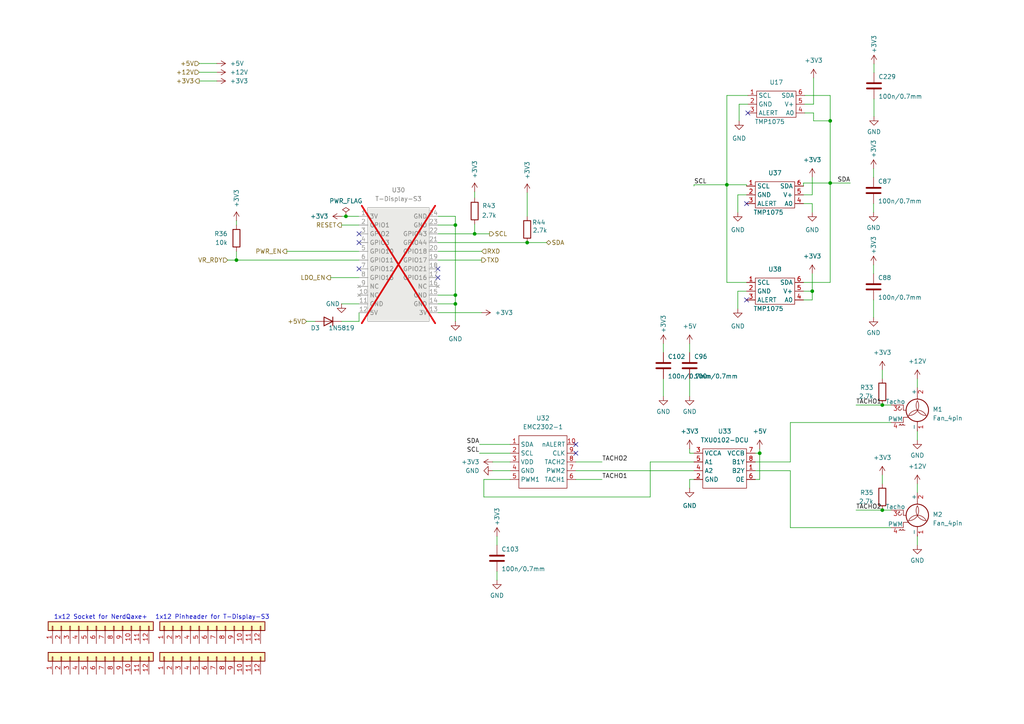
<source format=kicad_sch>
(kicad_sch (version 20250114) (generator "eeschema") (generator_version "9.0")
  (paper "A4")
  (lib_symbols
    (symbol "+3V3_1" (power) (pin_numbers (hide yes)) (pin_names (offset 0) (hide yes))
      (property "Value" "+3V3" (at 0 3.556 0))
      (symbol "+3V3_1_0_1"
        (polyline (pts (xy -0.762 1.27) (xy 0 2.54)))
        (polyline (pts (xy 0 2.54) (xy 0.762 1.27)))
        (polyline (pts (xy 0 0) (xy 0 2.54)))
      )
      (symbol "+3V3_1_1_1"
        (pin power_in line (at 0 0 90) (length 0) (name "~") (number "1"))
      )
    )
    (symbol "+3V3_3" (power) (pin_numbers (hide yes)) (pin_names (offset 0) (hide yes))
      (property "Value" "+3V3" (at 0 3.556 0))
      (symbol "+3V3_3_0_1"
        (polyline (pts (xy -0.762 1.27) (xy 0 2.54)))
        (polyline (pts (xy 0 2.54) (xy 0.762 1.27)))
        (polyline (pts (xy 0 0) (xy 0 2.54)))
      )
      (symbol "+3V3_3_1_1"
        (pin power_in line (at 0 0 90) (length 0) (name "~") (number "1"))
      )
    )
    (symbol "+3V3_4" (power) (pin_numbers (hide yes)) (pin_names (offset 0) (hide yes))
      (property "Value" "+3V3" (at 0 3.556 0))
      (symbol "+3V3_4_0_1"
        (polyline (pts (xy -0.762 1.27) (xy 0 2.54)))
        (polyline (pts (xy 0 2.54) (xy 0.762 1.27)))
        (polyline (pts (xy 0 0) (xy 0 2.54)))
      )
      (symbol "+3V3_4_1_1"
        (pin power_in line (at 0 0 90) (length 0) (name "~") (number "1"))
      )
    )
    (symbol "+5V_1" (power) (pin_numbers (hide yes)) (pin_names (offset 0) (hide yes))
      (property "Value" "+5V" (at 0 3.556 0))
      (symbol "+5V_1_0_1"
        (polyline (pts (xy -0.762 1.27) (xy 0 2.54)))
        (polyline (pts (xy 0 2.54) (xy 0.762 1.27)))
        (polyline (pts (xy 0 0) (xy 0 2.54)))
      )
      (symbol "+5V_1_1_1"
        (pin power_in line (at 0 0 90) (length 0) (name "~") (number "1"))
      )
    )
    (symbol "Connector_Generic:Conn_01x12" (pin_names (offset 1.016) (hide yes))
      (property "Reference" "J" (at 0 15.24 0))
      (property "Value" "Conn_01x12" (at 0 -17.78 0))
      (symbol "Conn_01x12_1_1"
        (rectangle (start -1.27 13.97) (end 1.27 -16.51) (stroke (width 0.254)) (fill (type background)))
        (rectangle (start -1.27 12.827) (end 0 12.573) (stroke (width 0.1524)))
        (rectangle (start -1.27 10.287) (end 0 10.033) (stroke (width 0.1524)))
        (rectangle (start -1.27 7.747) (end 0 7.493) (stroke (width 0.1524)))
        (rectangle (start -1.27 5.207) (end 0 4.953) (stroke (width 0.1524)))
        (rectangle (start -1.27 2.667) (end 0 2.413) (stroke (width 0.1524)))
        (rectangle (start -1.27 0.127) (end 0 -0.127) (stroke (width 0.1524)))
        (rectangle (start -1.27 -2.413) (end 0 -2.667) (stroke (width 0.1524)))
        (rectangle (start -1.27 -4.953) (end 0 -5.207) (stroke (width 0.1524)))
        (rectangle (start -1.27 -7.493) (end 0 -7.747) (stroke (width 0.1524)))
        (rectangle (start -1.27 -10.033) (end 0 -10.287) (stroke (width 0.1524)))
        (rectangle (start -1.27 -12.573) (end 0 -12.827) (stroke (width 0.1524)))
        (rectangle (start -1.27 -15.113) (end 0 -15.367) (stroke (width 0.1524)))
        (pin passive line (at -5.08 12.7 0) (length 3.81) (name "Pin_1") (number "1"))
        (pin passive line (at -5.08 10.16 0) (length 3.81) (name "Pin_2") (number "2"))
        (pin passive line (at -5.08 7.62 0) (length 3.81) (name "Pin_3") (number "3"))
        (pin passive line (at -5.08 5.08 0) (length 3.81) (name "Pin_4") (number "4"))
        (pin passive line (at -5.08 2.54 0) (length 3.81) (name "Pin_5") (number "5"))
        (pin passive line (at -5.08 0 0) (length 3.81) (name "Pin_6") (number "6"))
        (pin passive line (at -5.08 -2.54 0) (length 3.81) (name "Pin_7") (number "7"))
        (pin passive line (at -5.08 -5.08 0) (length 3.81) (name "Pin_8") (number "8"))
        (pin passive line (at -5.08 -7.62 0) (length 3.81) (name "Pin_9") (number "9"))
        (pin passive line (at -5.08 -10.16 0) (length 3.81) (name "Pin_10") (number "10"))
        (pin passive line (at -5.08 -12.7 0) (length 3.81) (name "Pin_11") (number "11"))
        (pin passive line (at -5.08 -15.24 0) (length 3.81) (name "Pin_12") (number "12"))
      )
    )
    (symbol "Device:C" (pin_numbers (hide yes)) (pin_names (offset 0.254))
      (property "Reference" "C" (at 0.635 2.54 0))
      (property "Value" "C" (at 0.635 -2.54 0))
      (symbol "C_0_1"
        (polyline (pts (xy -2.032 0.762) (xy 2.032 0.762)) (stroke (width 0.508)))
        (polyline (pts (xy -2.032 -0.762) (xy 2.032 -0.762)) (stroke (width 0.508)))
      )
      (symbol "C_1_1"
        (pin passive line (at 0 3.81 270) (length 2.794) (name "~") (number "1"))
        (pin passive line (at 0 -3.81 90) (length 2.794) (name "~") (number "2"))
      )
    )
    (symbol "Device:R" (pin_numbers (hide yes)) (pin_names (offset 0))
      (property "Reference" "R" (at 2.032 0 90))
      (property "Value" "R" (at 0 0 90))
      (symbol "R_0_1"
        (rectangle (start -1.016 -2.54) (end 1.016 2.54) (stroke (width 0.254)))
      )
      (symbol "R_1_1"
        (pin passive line (at 0 3.81 270) (length 1.27) (name "~") (number "1"))
        (pin passive line (at 0 -3.81 90) (length 1.27) (name "~") (number "2"))
      )
    )
    (symbol "Diode:US1D" (pin_numbers (hide yes)) (pin_names (hide yes))
      (property "Reference" "D" (at 0 2.54 0))
      (property "Value" "US1D" (at 0 -2.54 0))
      (symbol "US1D_0_1"
        (polyline (pts (xy -1.27 1.27) (xy -1.27 -1.27)) (stroke (width 0.254)))
        (polyline (pts (xy 1.27 1.27) (xy 1.27 -1.27) (xy -1.27 0) (xy 1.27 1.27)) (stroke (width 0.254)))
        (polyline (pts (xy 1.27 0) (xy -1.27 0)))
      )
      (symbol "US1D_1_1"
        (pin passive line (at -3.81 0 0) (length 2.54) (name "K") (number "1"))
        (pin passive line (at 3.81 0 180) (length 2.54) (name "A") (number "2"))
      )
    )
    (symbol "GND_1" (power) (pin_names (offset 0))
      (property "Value" "GND_1" (at 0 -3.81 0))
      (symbol "GND_1_0_1"
        (polyline (pts (xy 0 0) (xy 0 -1.27) (xy 1.27 -1.27) (xy 0 -2.54) (xy -1.27 -1.27) (xy 0 -1.27)))
      )
      (symbol "GND_1_1_1"
        (pin power_in line (at 0 0 270) (length 0) (hide yes) (name "GND") (number "1"))
      )
    )
    (symbol "GND_2" (power) (pin_numbers (hide yes)) (pin_names (offset 0) (hide yes))
      (property "Value" "GND" (at 0 -3.81 0))
      (symbol "GND_2_0_1"
        (polyline (pts (xy 0 0) (xy 0 -1.27) (xy 1.27 -1.27) (xy 0 -2.54) (xy -1.27 -1.27) (xy 0 -1.27)))
      )
      (symbol "GND_2_1_1"
        (pin power_in line (at 0 0 270) (length 0) (name "~") (number "1"))
      )
    )
    (symbol "GND_3" (power) (pin_numbers (hide yes)) (pin_names (offset 0) (hide yes))
      (property "Value" "GND" (at 0 -3.81 0))
      (symbol "GND_3_0_1"
        (polyline (pts (xy 0 0) (xy 0 -1.27) (xy 1.27 -1.27) (xy 0 -2.54) (xy -1.27 -1.27) (xy 0 -1.27)))
      )
      (symbol "GND_3_1_1"
        (pin power_in line (at 0 0 270) (length 0) (name "~") (number "1"))
      )
    )
    (symbol "GND_4" (power) (pin_numbers (hide yes)) (pin_names (offset 0) (hide yes))
      (property "Value" "GND" (at 0 -3.81 0))
      (symbol "GND_4_0_1"
        (polyline (pts (xy 0 0) (xy 0 -1.27) (xy 1.27 -1.27) (xy 0 -2.54) (xy -1.27 -1.27) (xy 0 -1.27)))
      )
      (symbol "GND_4_1_1"
        (pin power_in line (at 0 0 270) (length 0) (name "~") (number "1"))
      )
    )
    (symbol "GND_5" (power) (pin_numbers (hide yes)) (pin_names (offset 0) (hide yes))
      (property "Value" "GND" (at 0 -3.81 0))
      (symbol "GND_5_0_1"
        (polyline (pts (xy 0 0) (xy 0 -1.27) (xy 1.27 -1.27) (xy 0 -2.54) (xy -1.27 -1.27) (xy 0 -1.27)))
      )
      (symbol "GND_5_1_1"
        (pin power_in line (at 0 0 270) (length 0) (name "~") (number "1"))
      )
    )
    (symbol "Motor:Fan_4pin" (pin_names (offset 0))
      (property "Reference" "M" (at 2.54 5.08 0))
      (property "Value" "Fan_4pin" (at 2.54 -2.54 0))
      (symbol "Fan_4pin_0_0"
        (polyline (pts (xy -5.08 2.032) (xy -5.334 2.159)))
        (polyline (pts (xy -5.08 2.032) (xy -5.207 1.778)))
        (arc (start -4.572 1.524) (mid -5.08 1.0182) (end -5.588 1.524))
        (arc (start -5.588 1.524) (mid -5.4392 1.8832) (end -5.08 2.032))
        (polyline (pts (xy -4.064 2.54) (xy -4.064 1.016) (xy -3.302 1.016)))
      )
      (symbol "Fan_4pin_0_1"
        (polyline (pts (xy -5.334 -3.302) (xy -5.08 -3.302) (xy -5.08 -3.048) (xy -4.826 -3.048) (xy -4.826 -3.302) (xy -4.318 -3.302) (xy -4.318 -3.048) (xy -4.064 -3.048) (xy -4.064 -3.302) (xy -3.556 -3.302)))
        (polyline (pts (xy -4.064 2.54) (xy -5.08 2.54)))
        (polyline (pts (xy -2.54 -1.016) (xy -4.064 -1.016) (xy -4.064 -2.54) (xy -5.08 -2.54)))
        (arc (start 0 3.81) (mid -0.0015 0.9048) (end -2.54 -0.508))
        (polyline (pts (xy 0 4.572) (xy 0 5.08)))
        (polyline (pts (xy 0 4.2672) (xy 0 4.6228)))
        (circle (center 0 1.016) (radius 3.2512) (stroke (width 0.254)))
        (arc (start -2.54 -0.508) (mid 0 1.0618) (end 2.54 -0.508))
        (polyline (pts (xy 0 -2.2352) (xy 0 -2.6416)))
        (polyline (pts (xy 0 -5.08) (xy 0 -4.572)))
        (arc (start 2.54 -0.508) (mid 0.047 0.9315) (end 0 3.81))
      )
      (symbol "Fan_4pin_1_1"
        (pin passive line (at -7.62 2.54 0) (length 2.54) (name "Tacho") (number "3"))
        (pin input line (at -7.62 -2.54 0) (length 2.54) (name "PWM") (number "4"))
        (pin passive line (at 0 7.62 270) (length 2.54) (name "+") (number "2"))
        (pin passive line (at 0 -5.08 90) (length 2.54) (name "-") (number "1"))
      )
    )
    (symbol "bitaxe:T-Display-S3"
      (property "Reference" "U" (at -21.59 -1.27 0))
      (property "Value" "T-Display-S3" (at -11.43 -36.83 0))
      (symbol "T-Display-S3_1_0"
        (pin power_in line (at -25.4 -5.08 0) (length 2.54) (name "3V") (number "1"))
        (pin bidirectional line (at -25.4 -7.62 0) (length 2.54) (name "GPIO1") (number "2"))
        (pin bidirectional line (at -25.4 -10.16 0) (length 2.54) (name "GPIO2") (number "3"))
        (pin bidirectional line (at -25.4 -12.7 0) (length 2.54) (name "GPIO3") (number "4"))
        (pin bidirectional line (at -25.4 -15.24 0) (length 2.54) (name "GPIO10") (number "5"))
        (pin input line (at -25.4 -17.78 0) (length 2.54) (name "GPIO11") (number "6"))
        (pin bidirectional line (at -25.4 -20.32 0) (length 2.54) (name "GPIO12") (number "7"))
        (pin bidirectional line (at -25.4 -22.86 0) (length 2.54) (name "GPIO13") (number "8"))
        (pin no_connect line (at -25.4 -25.4 0) (length 2.54) (name "NC") (number "9"))
        (pin no_connect line (at -25.4 -27.94 0) (length 2.54) (name "NC") (number "10"))
        (pin power_in line (at -25.4 -30.48 0) (length 2.54) (name "GND") (number "11"))
        (pin power_in line (at -25.4 -33.02 0) (length 2.54) (name "5V") (number "12"))
        (pin bidirectional line (at -2.54 -15.24 180) (length 2.54) (name "GPIO18") (number "20"))
        (pin bidirectional line (at -2.54 -17.78 180) (length 2.54) (name "GPIO17") (number "19"))
        (pin bidirectional line (at -2.54 -20.32 180) (length 2.54) (name "GPIO21") (number "18"))
        (pin bidirectional line (at -2.54 -22.86 180) (length 2.54) (name "GPIO16") (number "17"))
        (pin no_connect line (at -2.54 -25.4 180) (length 2.54) (name "NC") (number "16"))
        (pin power_in line (at -2.54 -27.94 180) (length 2.54) (name "GND") (number "15"))
        (pin power_in line (at -2.54 -30.48 180) (length 2.54) (name "GND") (number "14"))
        (pin power_in line (at -2.54 -33.02 180) (length 2.54) (name "3V") (number "13"))
      )
      (symbol "T-Display-S3_1_1"
        (rectangle (start -22.86 -2.54) (end -5.08 -35.56) (fill (type background)))
        (pin power_in line (at -2.54 -5.08 180) (length 2.54) (name "GND") (number "24"))
        (pin power_in line (at -2.54 -7.62 180) (length 2.54) (name "GND") (number "23"))
        (pin bidirectional line (at -2.54 -10.16 180) (length 2.54) (name "GPIO43") (number "22"))
        (pin bidirectional line (at -2.54 -12.7 180) (length 2.54) (name "GPIO44") (number "21"))
      )
    )
    (symbol "mylib7:EMC2302"
      (property "Reference" "U11" (at -1.905 16.891 0))
      (property "Value" "EMC2302-1" (at -1.905 14.5796 0))
      (symbol "EMC2302_0_0"
        (pin open_collector line (at -11.43 10.16 0) (length 2.54) (name "SDA") (number "1"))
        (pin open_collector line (at -11.43 7.62 0) (length 2.54) (name "SCL") (number "2"))
        (pin power_in line (at -11.43 5.08 0) (length 2.54) (name "VDD") (number "3"))
        (pin power_in line (at -11.43 2.54 0) (length 2.54) (name "GND") (number "4"))
      )
      (symbol "EMC2302_0_1"
        (rectangle (start -8.89 12.7) (end 5.08 -2.54))
      )
      (symbol "EMC2302_1_0"
        (pin output line (at -11.43 0 0) (length 2.54) (name "PWM1") (number "5"))
        (pin open_collector line (at 7.62 10.16 180) (length 2.54) (name "nALERT") (number "10"))
        (pin input line (at 7.62 7.62 180) (length 2.54) (name "CLK") (number "9"))
        (pin input line (at 7.62 5.08 180) (length 2.54) (name "TACH2") (number "8"))
        (pin output line (at 7.62 2.54 180) (length 2.54) (name "PWM2") (number "7"))
        (pin input line (at 7.62 0 180) (length 2.54) (name "TACH1") (number "6"))
      )
    )
    (symbol "mylib7:TMP1075-DRL-SOT563"
      (property "Reference" "U" (at -5.08 5.08 0))
      (symbol "TMP1075-DRL-SOT563_0_1"
        (rectangle (start -6.35 3.81) (end 5.08 -3.81))
      )
      (symbol "TMP1075-DRL-SOT563_1_1"
        (pin open_collector line (at -8.89 2.54 0) (length 2.54) (name "SCL") (number "1"))
        (pin power_in line (at -8.89 0 0) (length 2.54) (name "GND") (number "2"))
        (pin open_collector line (at -8.89 -2.54 0) (length 2.54) (name "ALERT") (number "3"))
        (pin open_collector line (at 7.62 2.54 180) (length 2.54) (name "SDA") (number "6"))
        (pin power_in line (at 7.62 0 180) (length 2.54) (name "V+") (number "5"))
        (pin input line (at 7.62 -2.54 180) (length 2.54) (name "A0") (number "4"))
      )
    )
    (symbol "mylib7:TXU0102DCK"
      (property "Reference" "U" (at -5.08 5.08 0))
      (property "Value" "TXU0101-DCU" (at -1.27 -9.144 0))
      (symbol "TXU0102DCK_0_1"
        (rectangle (start -6.35 3.81) (end 6.35 -7.62))
      )
      (symbol "TXU0102DCK_1_1"
        (pin power_in line (at -8.89 2.54 0) (length 2.54) (name "VCCA") (number "3"))
        (pin input line (at -8.89 0 0) (length 2.54) (name "A1") (number "5"))
        (pin input line (at -8.89 -2.54 0) (length 2.54) (name "A2") (number "4"))
        (pin power_in line (at -8.89 -5.08 0) (length 2.54) (name "GND") (number "2"))
        (pin power_in line (at 8.89 2.54 180) (length 2.54) (name "VCCB") (number "7"))
        (pin output line (at 8.89 0 180) (length 2.54) (name "B1Y") (number "8"))
        (pin output line (at 8.89 -2.54 180) (length 2.54) (name "B2Y") (number "1"))
        (pin input line (at 8.89 -5.08 180) (length 2.54) (name "OE") (number "6"))
      )
    )
    (symbol "power:+12V" (power) (pin_names (offset 0))
      (property "Value" "+12V" (at 0 3.556 0))
      (symbol "+12V_0_1"
        (polyline (pts (xy -0.762 1.27) (xy 0 2.54)))
        (polyline (pts (xy 0 2.54) (xy 0.762 1.27)))
        (polyline (pts (xy 0 0) (xy 0 2.54)))
      )
      (symbol "+12V_1_1"
        (pin power_in line (at 0 0 90) (length 0) (hide yes) (name "+12V") (number "1"))
      )
    )
    (symbol "power:+3V3" (power) (pin_names (offset 0))
      (property "Value" "+3V3" (at 0 3.556 0))
      (symbol "+3V3_0_1"
        (polyline (pts (xy -0.762 1.27) (xy 0 2.54)))
        (polyline (pts (xy 0 2.54) (xy 0.762 1.27)))
        (polyline (pts (xy 0 0) (xy 0 2.54)))
      )
      (symbol "+3V3_1_1"
        (pin power_in line (at 0 0 90) (length 0) (hide yes) (name "+3V3") (number "1"))
      )
    )
    (symbol "power:+5V" (power) (pin_names (offset 0))
      (property "Value" "+5V" (at 0 3.556 0))
      (symbol "+5V_0_1"
        (polyline (pts (xy -0.762 1.27) (xy 0 2.54)))
        (polyline (pts (xy 0 2.54) (xy 0.762 1.27)))
        (polyline (pts (xy 0 0) (xy 0 2.54)))
      )
      (symbol "+5V_1_1"
        (pin power_in line (at 0 0 90) (length 0) (hide yes) (name "+5V") (number "1"))
      )
    )
    (symbol "power:GND" (power) (pin_names (offset 0))
      (property "Value" "GND" (at 0 -3.81 0))
      (symbol "GND_0_1"
        (polyline (pts (xy 0 0) (xy 0 -1.27) (xy 1.27 -1.27) (xy 0 -2.54) (xy -1.27 -1.27) (xy 0 -1.27)))
      )
      (symbol "GND_1_1"
        (pin power_in line (at 0 0 270) (length 0) (hide yes) (name "GND") (number "1"))
      )
    )
    (symbol "power:PWR_FLAG" (power) (pin_numbers (hide yes)) (pin_names (offset 0) (hide yes))
      (property "Value" "PWR_FLAG" (at 0 3.81 0))
      (symbol "PWR_FLAG_0_0"
        (pin power_out line (at 0 0 90) (length 0) (name "~") (number "1"))
      )
      (symbol "PWR_FLAG_0_1"
        (polyline (pts (xy 0 0) (xy 0 1.27) (xy -1.016 1.905) (xy 0 2.54) (xy 1.016 1.905) (xy 0 1.27)))
      )
    )
  )
  (text "1x12 Socket for NerdQaxe+" (at 29.21 179.07 0) (effects (font (size 1.27 1.27))))
  (text "1x12 Pinheader for T-Display-S3" (at 61.595 179.07 0) (effects (font (size 1.27 1.27))))
  (junction (at 220.345 131.445))
  (junction (at 152.908 70.358))
  (junction (at 100.33 62.738))
  (junction (at 132.08 85.598))
  (junction (at 137.668 67.818))
  (junction (at 132.08 88.138))
  (junction (at 255.905 147.955))
  (junction (at 210.82 53.594))
  (junction (at 235.585 84.455))
  (junction (at 240.792 35.052))
  (junction (at 240.792 53.086))
  (junction (at 132.08 65.278))
  (junction (at 255.905 117.475))
  (junction (at 68.58 75.438))
  (no_connect (at 127 77.978))
  (no_connect (at 216.535 86.995))
  (no_connect (at 167.005 128.905))
  (no_connect (at 216.916 32.766))
  (no_connect (at 104.14 67.818))
  (no_connect (at 104.14 77.978))
  (no_connect (at 167.005 131.445))
  (no_connect (at 127 80.518))
  (no_connect (at 104.14 70.358))
  (no_connect (at 216.535 59.055))
  (wire (pts (xy 139.065 131.445) (xy 147.955 131.445)))
  (wire (pts (xy 167.005 133.985) (xy 174.625 133.985)))
  (wire (pts (xy 253.365 59.055) (xy 253.365 61.595)))
  (wire (pts (xy 127 62.738) (xy 132.08 62.738)))
  (wire (pts (xy 200.025 139.065) (xy 201.295 139.065)))
  (wire (pts (xy 229.235 136.525) (xy 219.075 136.525)))
  (wire (pts (xy 210.82 81.915) (xy 216.535 81.915)))
  (wire (pts (xy 127 67.818) (xy 137.668 67.818)))
  (wire (pts (xy 253.365 86.995) (xy 253.365 92.075)))
  (wire (pts (xy 127 75.438) (xy 139.7 75.438)))
  (wire (pts (xy 235.585 61.595) (xy 235.585 59.055)))
  (wire (pts (xy 240.792 27.686) (xy 240.792 35.052)))
  (wire (pts (xy 152.908 70.358) (xy 158.496 70.358)))
  (wire (pts (xy 255.905 117.475) (xy 258.445 117.475)))
  (wire (pts (xy 235.966 30.226) (xy 235.966 22.606)))
  (wire (pts (xy 214.376 30.226) (xy 216.916 30.226)))
  (wire (pts (xy 83.185 72.898) (xy 104.14 72.898)))
  (wire (pts (xy 240.792 27.686) (xy 233.426 27.686)))
  (wire (pts (xy 233.045 53.086) (xy 233.045 53.975)))
  (wire (pts (xy 220.345 130.175) (xy 220.345 131.445)))
  (wire (pts (xy 167.005 136.525) (xy 201.295 136.525)))
  (wire (pts (xy 220.345 131.445) (xy 219.075 131.445)))
  (wire (pts (xy 99.06 62.738) (xy 100.33 62.738)))
  (wire (pts (xy 167.005 139.065) (xy 174.625 139.065)))
  (wire (pts (xy 99.06 93.218) (xy 104.14 93.218)))
  (wire (pts (xy 144.145 155.575) (xy 144.145 158.115)))
  (wire (pts (xy 140.335 144.145) (xy 140.335 139.065)))
  (wire (pts (xy 255.905 137.795) (xy 255.905 140.335)))
  (wire (pts (xy 253.365 48.895) (xy 253.365 51.435)))
  (wire (pts (xy 233.045 84.455) (xy 235.585 84.455)))
  (wire (pts (xy 127 88.138) (xy 132.08 88.138)))
  (wire (pts (xy 210.82 53.594) (xy 210.82 81.915)))
  (wire (pts (xy 57.785 23.495) (xy 62.865 23.495)))
  (wire (pts (xy 137.668 67.818) (xy 141.986 67.818)))
  (wire (pts (xy 68.58 72.898) (xy 68.58 75.438)))
  (wire (pts (xy 233.045 56.515) (xy 235.585 56.515)))
  (wire (pts (xy 152.908 55.88) (xy 152.908 62.738)))
  (wire (pts (xy 219.075 139.065) (xy 220.345 139.065)))
  (wire (pts (xy 201.295 53.594) (xy 201.295 53.975)))
  (wire (pts (xy 139.065 128.905) (xy 147.955 128.905)))
  (wire (pts (xy 200.025 141.605) (xy 200.025 139.065)))
  (wire (pts (xy 253.492 28.702) (xy 253.492 33.782)))
  (wire (pts (xy 266.065 140.335) (xy 266.065 142.875)))
  (wire (pts (xy 201.295 53.594) (xy 210.82 53.594)))
  (wire (pts (xy 200.025 131.445) (xy 201.295 131.445)))
  (wire (pts (xy 99.06 65.278) (xy 104.14 65.278)))
  (wire (pts (xy 200.025 109.855) (xy 200.025 114.935)))
  (wire (pts (xy 266.065 125.095) (xy 266.065 127.635)))
  (wire (pts (xy 235.585 79.375) (xy 235.585 84.455)))
  (wire (pts (xy 127 85.598) (xy 132.08 85.598)))
  (wire (pts (xy 233.426 32.766) (xy 235.966 32.766)))
  (wire (pts (xy 233.045 86.995) (xy 235.585 86.995)))
  (wire (pts (xy 188.595 133.985) (xy 188.595 144.145)))
  (wire (pts (xy 127 70.358) (xy 152.908 70.358)))
  (wire (pts (xy 57.785 20.955) (xy 62.865 20.955)))
  (wire (pts (xy 229.235 153.035) (xy 229.235 136.525)))
  (wire (pts (xy 137.668 55.626) (xy 137.668 57.404)))
  (wire (pts (xy 95.885 80.518) (xy 104.14 80.518)))
  (wire (pts (xy 240.792 53.086) (xy 240.792 81.915)))
  (wire (pts (xy 229.235 122.555) (xy 229.235 133.985)))
  (wire (pts (xy 132.08 62.738) (xy 132.08 65.278)))
  (wire (pts (xy 240.792 35.052) (xy 240.792 53.086)))
  (wire (pts (xy 214.376 35.052) (xy 214.376 30.226)))
  (wire (pts (xy 255.905 107.315) (xy 255.905 109.855)))
  (wire (pts (xy 88.9 93.218) (xy 91.44 93.218)))
  (wire (pts (xy 201.295 133.985) (xy 188.595 133.985)))
  (wire (pts (xy 248.285 147.955) (xy 255.905 147.955)))
  (wire (pts (xy 210.82 27.686) (xy 216.916 27.686)))
  (wire (pts (xy 229.235 122.555) (xy 258.445 122.555)))
  (wire (pts (xy 229.235 153.035) (xy 258.445 153.035)))
  (wire (pts (xy 216.535 84.455) (xy 213.995 84.455)))
  (wire (pts (xy 144.145 165.735) (xy 144.145 168.275)))
  (wire (pts (xy 66.04 75.438) (xy 68.58 75.438)))
  (wire (pts (xy 235.966 35.052) (xy 240.792 35.052)))
  (wire (pts (xy 210.82 53.594) (xy 216.535 53.594)))
  (wire (pts (xy 220.345 139.065) (xy 220.345 131.445)))
  (wire (pts (xy 127 72.898) (xy 139.7 72.898)))
  (wire (pts (xy 127 90.678) (xy 139.7 90.678)))
  (wire (pts (xy 188.595 144.145) (xy 140.335 144.145)))
  (wire (pts (xy 132.08 85.598) (xy 132.08 88.138)))
  (wire (pts (xy 57.785 18.415) (xy 62.865 18.415)))
  (wire (pts (xy 132.08 65.278) (xy 132.08 85.598)))
  (wire (pts (xy 213.995 84.455) (xy 213.995 89.535)))
  (wire (pts (xy 100.33 62.738) (xy 104.14 62.738)))
  (wire (pts (xy 104.14 93.218) (xy 104.14 90.678)))
  (wire (pts (xy 240.792 53.086) (xy 246.634 53.086)))
  (wire (pts (xy 200.025 130.175) (xy 200.025 131.445)))
  (wire (pts (xy 213.995 56.515) (xy 213.995 61.595)))
  (wire (pts (xy 216.535 53.594) (xy 216.535 53.975)))
  (wire (pts (xy 266.065 155.575) (xy 266.065 158.115)))
  (wire (pts (xy 255.905 147.955) (xy 258.445 147.955)))
  (wire (pts (xy 192.405 99.695) (xy 192.405 102.235)))
  (wire (pts (xy 137.668 65.024) (xy 137.668 67.818)))
  (wire (pts (xy 132.08 88.138) (xy 132.08 93.218)))
  (wire (pts (xy 235.585 84.455) (xy 235.585 86.995)))
  (wire (pts (xy 233.426 30.226) (xy 235.966 30.226)))
  (wire (pts (xy 233.045 53.086) (xy 240.792 53.086)))
  (wire (pts (xy 253.365 76.835) (xy 253.365 79.375)))
  (wire (pts (xy 233.045 59.055) (xy 235.585 59.055)))
  (wire (pts (xy 210.82 53.594) (xy 210.82 27.686)))
  (wire (pts (xy 104.14 88.138) (xy 99.06 88.138)))
  (wire (pts (xy 142.875 133.985) (xy 147.955 133.985)))
  (wire (pts (xy 140.335 139.065) (xy 147.955 139.065)))
  (wire (pts (xy 142.875 136.525) (xy 147.955 136.525)))
  (wire (pts (xy 235.585 56.515) (xy 235.585 51.435)))
  (wire (pts (xy 192.405 109.855) (xy 192.405 114.935)))
  (wire (pts (xy 235.966 32.766) (xy 235.966 35.052)))
  (wire (pts (xy 127 65.278) (xy 132.08 65.278)))
  (wire (pts (xy 216.535 56.515) (xy 213.995 56.515)))
  (wire (pts (xy 68.58 75.438) (xy 104.14 75.438)))
  (wire (pts (xy 253.492 18.542) (xy 253.492 21.082)))
  (wire (pts (xy 200.025 99.695) (xy 200.025 102.235)))
  (wire (pts (xy 248.285 117.475) (xy 255.905 117.475)))
  (wire (pts (xy 229.235 133.985) (xy 219.075 133.985)))
  (wire (pts (xy 68.58 64.008) (xy 68.58 65.278)))
  (wire (pts (xy 266.065 109.855) (xy 266.065 112.395)))
  (wire (pts (xy 233.045 81.915) (xy 240.792 81.915)))
  (label "SCL" (at 201.295 53.594 0))
  (label "SDA" (at 246.634 53.086 180))
  (label "SDA" (at 139.065 128.905 180))
  (label "SCL" (at 139.065 131.445 180))
  (label "TACHO1" (at 174.625 139.065 0))
  (label "TACHO2" (at 174.625 133.985 0))
  (label "TACHO2" (at 248.285 147.955 0))
  (label "TACHO1" (at 248.285 117.475 0))
  (hierarchical_label "SDA" (shape bidirectional) (at 158.496 70.358 0))
  (hierarchical_label "+5V" (shape input) (at 57.785 18.415 180))
  (hierarchical_label "PWR_EN" (shape output) (at 83.185 72.898 180))
  (hierarchical_label "RXD" (shape input) (at 139.7 72.898 0))
  (hierarchical_label "+5V" (shape input) (at 88.9 93.218 180))
  (hierarchical_label "+3V3" (shape output) (at 57.785 23.495 180))
  (hierarchical_label "SCL" (shape output) (at 141.986 67.818 0))
  (hierarchical_label "RESET" (shape output) (at 99.06 65.278 180))
  (hierarchical_label "+12V" (shape input) (at 57.785 20.955 180))
  (hierarchical_label "TXD" (shape output) (at 139.7 75.438 0))
  (hierarchical_label "LDO_EN" (shape output) (at 95.885 80.518 180))
  (hierarchical_label "VR_RDY" (shape input) (at 66.04 75.438 180))
  (symbol (lib_id "power:+12V") (at 62.865 20.955 270) (unit 1)
    (property "Reference" "#PWR0178" (effects (hide yes)))
    (property "Value" "+12V" (at 66.675 20.955 90) (effects (justify left)))
  )
  (symbol (lib_id "power:GND") (at 144.145 168.275 0) (mirror y) (unit 1)
    (property "Reference" "#PWR0169" (effects (hide yes)))
    (property "Value" "GND" (at 144.145 172.72 0))
  )
  (symbol (lib_name "+3V3_1") (lib_id "power:+3V3") (at 137.668 55.626 0) (unit 1)
    (property "Reference" "#PWR04002" (effects (hide yes)))
    (property "Value" "+3V3" (at 137.6679 51.816 90) (effects (justify left)))
    (property "Description" "Power symbol creates a global label with name \"+3V3\"" (effects (hide yes)))
  )
  (symbol (lib_id "Device:C") (at 253.365 83.185 0) (unit 1)
    (property "Reference" "C88" (at 254.635 81.28 0) (effects (justify left bottom)))
    (property "Value" "100n/0.7mm" (at 254.635 86.995 0) (effects (justify left bottom)))
    (property "Footprint" "Capacitor_SMD:C_0805_2012Metric" (effects (hide yes)))
    (property "Description" "CAP CER 0.1UF 50V X7R 0805" (effects (hide yes)))
    (property "Distributor" "D" (effects (hide yes)))
    (property "Manufacturer" "AC0805KRX7R9BB104" (effects (hide yes)))
    (property "OrderNr" "311-3037-1-ND" (effects (hide yes)))
  )
  (symbol (lib_id "Motor:Fan_4pin") (at 266.065 150.495 0) (unit 1)
    (property "Reference" "M2" (at 270.51 149.225 0) (effects (justify left)))
    (property "Value" "Fan_4pin" (at 270.51 151.765 0) (effects (justify left)))
    (property "Footprint" "Connector:FanPinHeader_1x04_P2.54mm_Vertical" (effects (hide yes)))
    (property "Datasheet" "http://www.formfactors.org/developer%5Cspecs%5Crev1_2_public.pdf" (effects (hide yes)))
    (property "Description" "CONN HEADER VERT 4POS 2.54MM" (effects (hide yes)))
    (property "Distributor" "D" (effects (hide yes)))
    (property "Manufacturer" "0470531000" (effects (hide yes)))
    (property "OrderNr" "WM4330-ND" (effects (hide yes)))
  )
  (symbol (lib_name "+5V_1") (lib_id "power:+5V") (at 220.345 130.175 0) (unit 1)
    (property "Reference" "#PWR0203" (effects (hide yes)))
    (property "Value" "+5V" (at 220.345 125.095 0))
    (property "Description" "Power symbol creates a global label with name \"+5V\"" (effects (hide yes)))
  )
  (symbol (lib_id "Device:C") (at 253.492 24.892 0) (unit 1)
    (property "Reference" "C229" (at 254.762 22.987 0) (effects (justify left bottom)))
    (property "Value" "100n/0.7mm" (at 254.762 28.702 0) (effects (justify left bottom)))
    (property "Footprint" "Capacitor_SMD:C_0805_2012Metric" (effects (hide yes)))
    (property "Description" "CAP CER 0.1UF 50V X7R 0805" (effects (hide yes)))
    (property "Distributor" "D" (effects (hide yes)))
    (property "Manufacturer" "AC0805KRX7R9BB104" (effects (hide yes)))
    (property "OrderNr" "311-3037-1-ND" (effects (hide yes)))
  )
  (symbol (lib_id "mylib7:TMP1075-DRL-SOT563") (at 225.425 56.515 0) (unit 1)
    (property "Reference" "U37" (at 224.79 50.165 0))
    (property "Value" "TMP1075" (at 222.885 61.595 0))
    (property "Footprint" "myfootprints:TMP1075-DRL" (effects (hide yes)))
    (property "Description" "1C IC TEMPERATURE SENSOR WITH PE" (effects (hide yes)))
    (property "Distributor" "D" (effects (hide yes)))
    (property "Manufacturer" "TMP1075NDRLR" (effects (hide yes)))
    (property "OrderNr" "296-TMP1075NDRLRCT-ND" (effects (hide yes)))
  )
  (symbol (lib_id "power:+3V3") (at 62.865 23.495 270) (unit 1)
    (property "Reference" "#PWR0179" (effects (hide yes)))
    (property "Value" "+3V3" (at 66.675 23.495 90) (effects (justify left)))
  )
  (symbol (lib_id "mylib7:TMP1075-DRL-SOT563") (at 225.806 30.226 0) (unit 1)
    (property "Reference" "U17" (at 225.171 23.876 0))
    (property "Value" "TMP1075" (at 223.266 35.306 0))
    (property "Footprint" "myfootprints:TMP1075-DRL" (effects (hide yes)))
    (property "Description" "1C IC TEMPERATURE SENSOR WITH PE" (effects (hide yes)))
    (property "Distributor" "D" (effects (hide yes)))
    (property "Manufacturer" "TMP1075NDRLR" (effects (hide yes)))
    (property "OrderNr" "296-TMP1075NDRLRCT-ND" (effects (hide yes)))
  )
  (symbol (lib_id "power:+3V3") (at 235.585 79.375 0) (unit 1)
    (property "Reference" "#PWR0206" (effects (hide yes)))
    (property "Value" "+3V3" (at 235.585 74.295 0))
  )
  (symbol (lib_id "Device:C") (at 253.365 55.245 0) (unit 1)
    (property "Reference" "C87" (at 254.635 53.34 0) (effects (justify left bottom)))
    (property "Value" "100n/0.7mm" (at 254.635 59.055 0) (effects (justify left bottom)))
    (property "Footprint" "Capacitor_SMD:C_0805_2012Metric" (effects (hide yes)))
    (property "Description" "CAP CER 0.1UF 50V X7R 0805" (effects (hide yes)))
    (property "Distributor" "D" (effects (hide yes)))
    (property "Manufacturer" "AC0805KRX7R9BB104" (effects (hide yes)))
    (property "OrderNr" "311-3037-1-ND" (effects (hide yes)))
  )
  (symbol (lib_id "Device:C") (at 192.405 106.045 0) (unit 1)
    (property "Reference" "C102" (at 193.675 104.14 0) (effects (justify left bottom)))
    (property "Value" "100n/0.7mm" (at 193.675 109.855 0) (effects (justify left bottom)))
    (property "Footprint" "Capacitor_SMD:C_0805_2012Metric" (effects (hide yes)))
    (property "Description" "CAP CER 0.1UF 50V X7R 0805" (effects (hide yes)))
    (property "Distributor" "D" (effects (hide yes)))
    (property "Manufacturer" "AC0805KRX7R9BB104" (effects (hide yes)))
    (property "OrderNr" "311-3037-1-ND" (effects (hide yes)))
  )
  (symbol (lib_id "power:GND") (at 200.025 114.935 0) (mirror y) (unit 1)
    (property "Reference" "#PWR0174" (effects (hide yes)))
    (property "Value" "GND" (at 200.025 119.38 0))
  )
  (symbol (lib_id "Device:R") (at 255.905 113.665 0) (mirror y) (unit 1)
    (property "Reference" "R33" (at 253.365 112.395 0) (effects (justify left)))
    (property "Value" "2.7k" (at 253.365 114.935 0) (effects (justify left)))
    (property "Footprint" "Resistor_SMD:R_0805_2012Metric" (effects (hide yes)))
    (property "Description" "RES 2.7K OHM 1% 1/8W 0805" (effects (hide yes)))
    (property "Distributor" "D" (effects (hide yes)))
    (property "Manufacturer" "RMCF0805FT2K70" (effects (hide yes)))
    (property "OrderNr" "RMCF0805FT2K70CT-ND" (effects (hide yes)))
  )
  (symbol (lib_name "GND_5") (lib_id "power:GND") (at 200.025 141.605 0) (unit 1)
    (property "Reference" "#PWR0197" (effects (hide yes)))
    (property "Value" "GND" (at 200.025 146.685 0))
    (property "Description" "Power symbol creates a global label with name \"GND\" , ground" (effects (hide yes)))
  )
  (symbol (lib_id "Device:R") (at 137.668 61.214 0) (mirror y) (unit 1)
    (property "Reference" "R43" (at 143.764 59.69 0) (effects (justify left)))
    (property "Value" "2.7k" (at 144.018 62.484 0) (effects (justify left)))
    (property "Footprint" "Resistor_SMD:R_0805_2012Metric" (effects (hide yes)))
    (property "Description" "RES 2.7K OHM 1% 1/8W 0805" (effects (hide yes)))
    (property "Distributor" "D" (effects (hide yes)))
    (property "Manufacturer" "RMCF0805FT2K70" (effects (hide yes)))
    (property "OrderNr" "RMCF0805FT2K70CT-ND" (effects (hide yes)))
  )
  (symbol (lib_name "GND_2") (lib_id "power:GND") (at 99.06 88.138 0) (unit 1)
    (property "Reference" "#PWR0180" (effects (hide yes)))
    (property "Value" "GND" (at 96.52 88.138 0))
    (property "Description" "Power symbol creates a global label with name \"GND\" , ground" (effects (hide yes)))
  )
  (symbol (lib_id "power:+5V") (at 62.865 18.415 270) (unit 1)
    (property "Reference" "#PWR0175" (effects (hide yes)))
    (property "Value" "+5V" (at 66.675 18.415 90) (effects (justify left)))
  )
  (symbol (lib_name "+3V3_1") (lib_id "power:+3V3") (at 68.58 64.008 0) (unit 1)
    (property "Reference" "#PWR0176" (effects (hide yes)))
    (property "Value" "+3V3" (at 68.5799 60.198 90) (effects (justify left)))
    (property "Description" "Power symbol creates a global label with name \"+3V3\"" (effects (hide yes)))
  )
  (symbol (lib_id "power:+3V3") (at 255.905 107.315 0) (unit 1)
    (property "Reference" "#PWR0211" (effects (hide yes)))
    (property "Value" "+3V3" (at 255.905 102.235 0))
  )
  (symbol (lib_id "mylib7:TMP1075-DRL-SOT563") (at 225.425 84.455 0) (unit 1)
    (property "Reference" "U38" (at 224.79 78.105 0))
    (property "Value" "TMP1075" (at 222.885 89.535 0))
    (property "Footprint" "Nerd8:TMP1075-DRL" (effects (hide yes)))
    (property "Description" "1C IC TEMPERATURE SENSOR WITH PE" (effects (hide yes)))
    (property "Distributor" "D" (effects (hide yes)))
    (property "Manufacturer" "TMP1075NDRLR" (effects (hide yes)))
    (property "OrderNr" "296-TMP1075NDRLRCT-ND" (effects (hide yes)))
  )
  (symbol (lib_id "bitaxe:T-Display-S3") (at 129.54 57.658 0) (unit 1) (dnp yes)
    (property "Reference" "U30" (at 115.57 55.118 0))
    (property "Value" "T-Display-S3" (at 115.57 57.658 0))
    (property "Footprint" "myfootprints:T-Display-S3" (effects (hide yes)))
    (property "Distributor" "X" (effects (hide yes)))
  )
  (symbol (lib_id "power:PWR_FLAG") (at 100.33 62.738 0) (unit 1)
    (property "Reference" "#FLG05" (effects (hide yes)))
    (property "Value" "PWR_FLAG" (at 100.33 58.293 0))
    (property "Description" "Special symbol for telling ERC where power comes from" (effects (hide yes)))
  )
  (symbol (lib_name "+3V3_1") (lib_id "power:+3V3") (at 139.7 90.678 270) (unit 1)
    (property "Reference" "#PWR0185" (effects (hide yes)))
    (property "Value" "+3V3" (at 143.51 90.6779 90) (effects (justify left)))
    (property "Description" "Power symbol creates a global label with name \"+3V3\"" (effects (hide yes)))
  )
  (symbol (lib_id "Connector_Generic:Conn_01x12") (at 27.94 190.5 90) (unit 1) (on_board no)
    (property "Reference" "J6" (effects (hide yes)))
    (property "Value" "Conn_01x12-Socket" (effects (hide yes)))
    (property "Description" "WR-PHD 2.54 MM SOCKET HEADER 12" (effects (hide yes)))
    (property "Distributor" "D" (effects (hide yes)))
    (property "Manufacturer" "61301211821" (effects (hide yes)))
    (property "OrderNr" "732-61301211821-ND" (effects (hide yes)))
  )
  (symbol (lib_id "mylib7:EMC2302") (at 159.385 139.065 0) (unit 1)
    (property "Reference" "U32" (at 157.48 121.285 0))
    (property "Value" "EMC2302-1" (at 157.48 123.825 0))
    (property "Footprint" "Package_SO:MSOP-10_3x3mm_P0.5mm" (effects (hide yes)))
    (property "Description" "IC MOTOR DRIVER 3V-3.6V 10MSOP" (effects (hide yes)))
    (property "Field7" "Microchip" (effects (hide yes)))
    (property "Distributor" "D" (effects (hide yes)))
    (property "Manufacturer" "EMC2302-1-AIZL-TR" (effects (hide yes)))
    (property "OrderNr" "EMC2302-1-AIZL-CT-ND" (effects (hide yes)))
  )
  (symbol (lib_id "Connector_Generic:Conn_01x12") (at 60.325 190.5 90) (unit 1) (on_board no)
    (property "Reference" "J8" (effects (hide yes)))
    (property "Value" "Conn_01x12-Header" (effects (hide yes)))
    (property "Description" "CONN HEADER VERT 12POS 2.54MM" (effects (hide yes)))
    (property "Distributor" "D" (effects (hide yes)))
    (property "Manufacturer" "PH1-12-UA" (effects (hide yes)))
    (property "OrderNr" "2057-PH1-12-UA-ND" (effects (hide yes)))
  )
  (symbol (lib_id "Connector_Generic:Conn_01x12") (at 27.94 181.61 90) (unit 1) (on_board no)
    (property "Reference" "J5" (effects (hide yes)))
    (property "Value" "Conn_01x12-Socket" (effects (hide yes)))
    (property "Description" "WR-PHD 2.54 MM SOCKET HEADER 12" (effects (hide yes)))
    (property "Distributor" "D" (effects (hide yes)))
    (property "Manufacturer" "61301211821" (effects (hide yes)))
    (property "OrderNr" "732-61301211821-ND" (effects (hide yes)))
  )
  (symbol (lib_name "+3V3_3") (lib_id "power:+3V3") (at 200.025 130.175 0) (unit 1)
    (property "Reference" "#PWR0196" (effects (hide yes)))
    (property "Value" "+3V3" (at 200.025 125.095 0))
    (property "Description" "Power symbol creates a global label with name \"+3V3\"" (effects (hide yes)))
  )
  (symbol (lib_name "+3V3_1") (lib_id "power:+3V3") (at 99.06 62.738 90) (unit 1)
    (property "Reference" "#PWR04001" (effects (hide yes)))
    (property "Value" "+3V3" (at 95.25 62.7381 90) (effects (justify left)))
    (property "Description" "Power symbol creates a global label with name \"+3V3\"" (effects (hide yes)))
  )
  (symbol (lib_id "power:+3V3") (at 253.365 76.835 0) (mirror y) (unit 1)
    (property "Reference" "#PWR0209" (effects (hide yes)))
    (property "Value" "+3V3" (at 253.365 71.12 90))
  )
  (symbol (lib_id "power:+3V3") (at 235.966 22.606 0) (unit 1)
    (property "Reference" "#PWR0367" (effects (hide yes)))
    (property "Value" "+3V3" (at 235.966 17.526 0))
  )
  (symbol (lib_id "power:+3V3") (at 144.145 155.575 0) (mirror y) (unit 1)
    (property "Reference" "#PWR083" (effects (hide yes)))
    (property "Value" "+3V3" (at 144.145 149.86 90))
  )
  (symbol (lib_name "GND_4") (lib_id "power:GND") (at 142.875 136.525 270) (unit 1)
    (property "Reference" "#PWR0183" (effects (hide yes)))
    (property "Value" "GND" (at 139.065 136.5249 90) (effects (justify right)))
    (property "Description" "Power symbol creates a global label with name \"GND\" , ground" (effects (hide yes)))
  )
  (symbol (lib_id "power:GND") (at 266.065 127.635 0) (unit 1)
    (property "Reference" "#PWR0214" (effects (hide yes)))
    (property "Value" "GND" (at 266.065 132.08 0))
  )
  (symbol (lib_id "Device:R") (at 68.58 69.088 0) (mirror y) (unit 1)
    (property "Reference" "R36" (at 66.04 67.818 0) (effects (justify left)))
    (property "Value" "10k" (at 66.04 70.358 0) (effects (justify left)))
    (property "Footprint" "Resistor_SMD:R_0805_2012Metric" (effects (hide yes)))
    (property "Description" "RES 10K OHM 1% 1/8W 0805" (effects (hide yes)))
    (property "Distributor" "D" (effects (hide yes)))
    (property "Manufacturer" "RMCF0805FT10K0" (effects (hide yes)))
    (property "OrderNr" "RMCF0805FT10K0CT-ND" (effects (hide yes)))
  )
  (symbol (lib_id "power:+3V3") (at 235.585 51.435 0) (unit 1)
    (property "Reference" "#PWR0204" (effects (hide yes)))
    (property "Value" "+3V3" (at 235.585 46.355 0))
  )
  (symbol (lib_id "power:+3V3") (at 255.905 137.795 0) (unit 1)
    (property "Reference" "#PWR0212" (effects (hide yes)))
    (property "Value" "+3V3" (at 255.905 132.715 0))
  )
  (symbol (lib_name "GND_1") (lib_id "power:GND") (at 214.376 35.052 0) (unit 1)
    (property "Reference" "#PWR0365" (effects (hide yes)))
    (property "Value" "GND" (at 214.376 40.132 0))
  )
  (symbol (lib_id "Motor:Fan_4pin") (at 266.065 120.015 0) (unit 1)
    (property "Reference" "M1" (at 270.51 118.745 0) (effects (justify left)))
    (property "Value" "Fan_4pin" (at 270.51 121.285 0) (effects (justify left)))
    (property "Footprint" "Connector:FanPinHeader_1x04_P2.54mm_Vertical" (effects (hide yes)))
    (property "Datasheet" "http://www.formfactors.org/developer%5Cspecs%5Crev1_2_public.pdf" (effects (hide yes)))
    (property "Description" "CONN HEADER VERT 4POS 2.54MM" (effects (hide yes)))
    (property "Distributor" "D" (effects (hide yes)))
    (property "Manufacturer" "0470531000" (effects (hide yes)))
    (property "OrderNr" "WM4330-ND" (effects (hide yes)))
  )
  (symbol (lib_id "power:GND") (at 253.365 92.075 0) (mirror y) (unit 1)
    (property "Reference" "#PWR0210" (effects (hide yes)))
    (property "Value" "GND" (at 253.365 96.52 0))
  )
  (symbol (lib_id "power:+3V3") (at 192.405 99.695 0) (mirror y) (unit 1)
    (property "Reference" "#PWR011" (effects (hide yes)))
    (property "Value" "+3V3" (at 192.405 93.98 90))
  )
  (symbol (lib_id "power:+3V3") (at 253.492 18.542 0) (mirror y) (unit 1)
    (property "Reference" "#PWR0363" (effects (hide yes)))
    (property "Value" "+3V3" (at 253.492 12.827 90))
  )
  (symbol (lib_id "Device:C") (at 144.145 161.925 0) (unit 1)
    (property "Reference" "C103" (at 145.415 160.02 0) (effects (justify left bottom)))
    (property "Value" "100n/0.7mm" (at 145.415 165.735 0) (effects (justify left bottom)))
    (property "Footprint" "Capacitor_SMD:C_0805_2012Metric" (effects (hide yes)))
    (property "Description" "CAP CER 0.1UF 50V X7R 0805" (effects (hide yes)))
    (property "Distributor" "D" (effects (hide yes)))
    (property "Manufacturer" "AC0805KRX7R9BB104" (effects (hide yes)))
    (property "OrderNr" "311-3037-1-ND" (effects (hide yes)))
  )
  (symbol (lib_name "GND_3") (lib_id "power:GND") (at 132.08 93.218 0) (unit 1)
    (property "Reference" "#PWR0184" (effects (hide yes)))
    (property "Value" "GND" (at 132.08 98.298 0))
    (property "Description" "Power symbol creates a global label with name \"GND\" , ground" (effects (hide yes)))
  )
  (symbol (lib_id "power:GND") (at 253.365 61.595 0) (mirror y) (unit 1)
    (property "Reference" "#PWR0208" (effects (hide yes)))
    (property "Value" "GND" (at 253.365 66.04 0))
  )
  (symbol (lib_id "Diode:US1D") (at 95.25 93.218 180) (unit 1)
    (property "Reference" "D3" (at 91.44 95.123 0))
    (property "Value" "1N5819" (at 99.06 95.123 0))
    (property "Footprint" "Diode_SMD:D_SOD-123" (effects (hide yes)))
    (property "Datasheet" "https://www.diodes.com/assets/Datasheets/ds16008.pdf" (effects (hide yes)))
    (property "Description" "DIODE SCHOTTKY 40V 1A SOD123" (effects (hide yes)))
    (property "Sim.Device" "D" (effects (hide yes)))
    (property "Sim.Pins" "1=K 2=A" (effects (hide yes)))
    (property "Distributor" "D" (effects (hide yes)))
    (property "Manufacturer" "1N5819HWQ-7-F" (effects (hide yes)))
    (property "OrderNr" "31-1N5819HWQ-7-FCT-ND" (effects (hide yes)))
  )
  (symbol (lib_id "power:+5V") (at 200.025 99.695 0) (unit 1)
    (property "Reference" "#PWR0170" (effects (hide yes)))
    (property "Value" "+5V" (at 200.025 94.615 0))
  )
  (symbol (lib_name "GND_1") (lib_id "power:GND") (at 235.585 61.595 0) (unit 1)
    (property "Reference" "#PWR0205" (effects (hide yes)))
    (property "Value" "GND" (at 235.585 66.675 0))
  )
  (symbol (lib_id "Device:R") (at 152.908 66.548 0) (mirror y) (unit 1)
    (property "Reference" "R44" (at 158.242 64.516 0) (effects (justify left)))
    (property "Value" "2.7k" (at 158.75 66.802 0) (effects (justify left)))
    (property "Footprint" "Resistor_SMD:R_0805_2012Metric" (effects (hide yes)))
    (property "Description" "RES 2.7K OHM 1% 1/8W 0805" (effects (hide yes)))
    (property "Distributor" "D" (effects (hide yes)))
    (property "Manufacturer" "RMCF0805FT2K70" (effects (hide yes)))
    (property "OrderNr" "RMCF0805FT2K70CT-ND" (effects (hide yes)))
  )
  (symbol (lib_id "power:+12V") (at 266.065 109.855 0) (unit 1)
    (property "Reference" "#PWR0213" (effects (hide yes)))
    (property "Value" "+12V" (at 266.065 104.775 0))
  )
  (symbol (lib_name "+3V3_4") (lib_id "power:+3V3") (at 142.875 133.985 90) (unit 1)
    (property "Reference" "#PWR0182" (effects (hide yes)))
    (property "Value" "+3V3" (at 139.065 133.9849 90) (effects (justify left)))
    (property "Description" "Power symbol creates a global label with name \"+3V3\"" (effects (hide yes)))
  )
  (symbol (lib_id "mylib7:TXU0102DCK") (at 210.185 133.985 0) (unit 1)
    (property "Reference" "U33" (at 210.185 125.095 0))
    (property "Value" "TXU0102-DCU" (at 210.185 127.635 0))
    (property "Footprint" "Package_SO:VSSOP-8_2.3x2mm_P0.5mm" (effects (hide yes)))
    (property "Description" "IC TRANSLATOR UNIDIR 8VSSOP" (effects (hide yes)))
    (property "Distributor" "D" (effects (hide yes)))
    (property "Manufacturer" "TXU0102DCUR" (effects (hide yes)))
    (property "OrderNr" "296-TXU0102DCURCT-ND" (effects (hide yes)))
  )
  (symbol (lib_name "GND_1") (lib_id "power:GND") (at 213.995 89.535 0) (unit 1)
    (property "Reference" "#PWR0201" (effects (hide yes)))
    (property "Value" "GND" (at 213.995 94.615 0))
  )
  (symbol (lib_name "GND_1") (lib_id "power:GND") (at 213.995 61.595 0) (unit 1)
    (property "Reference" "#PWR0200" (effects (hide yes)))
    (property "Value" "GND" (at 213.995 66.675 0))
  )
  (symbol (lib_id "power:+3V3") (at 253.365 48.895 0) (mirror y) (unit 1)
    (property "Reference" "#PWR0207" (effects (hide yes)))
    (property "Value" "+3V3" (at 253.365 43.18 90))
  )
  (symbol (lib_id "Device:R") (at 255.905 144.145 0) (mirror y) (unit 1)
    (property "Reference" "R35" (at 253.365 142.875 0) (effects (justify left)))
    (property "Value" "2.7k" (at 253.365 145.415 0) (effects (justify left)))
    (property "Footprint" "Resistor_SMD:R_0805_2012Metric" (effects (hide yes)))
    (property "Description" "RES 2.7K OHM 1% 1/8W 0805" (effects (hide yes)))
    (property "Distributor" "D" (effects (hide yes)))
    (property "Manufacturer" "RMCF0805FT2K70" (effects (hide yes)))
    (property "OrderNr" "RMCF0805FT2K70CT-ND" (effects (hide yes)))
  )
  (symbol (lib_id "power:GND") (at 253.492 33.782 0) (mirror y) (unit 1)
    (property "Reference" "#PWR0364" (effects (hide yes)))
    (property "Value" "GND" (at 253.492 38.227 0))
  )
  (symbol (lib_id "power:GND") (at 266.065 158.115 0) (unit 1)
    (property "Reference" "#PWR0216" (effects (hide yes)))
    (property "Value" "GND" (at 266.065 162.56 0))
  )
  (symbol (lib_name "+3V3_1") (lib_id "power:+3V3") (at 152.908 55.88 0) (unit 1)
    (property "Reference" "#PWR04003" (effects (hide yes)))
    (property "Value" "+3V3" (at 152.9079 52.07 90) (effects (justify left)))
    (property "Description" "Power symbol creates a global label with name \"+3V3\"" (effects (hide yes)))
  )
  (symbol (lib_id "power:+12V") (at 266.065 140.335 0) (unit 1)
    (property "Reference" "#PWR0215" (effects (hide yes)))
    (property "Value" "+12V" (at 266.065 135.255 0))
  )
  (symbol (lib_id "Device:C") (at 200.025 106.045 0) (unit 1)
    (property "Reference" "C96" (at 201.295 104.14 0) (effects (justify left bottom)))
    (property "Value" "100n/0.7mm" (at 201.295 109.855 0) (effects (justify left bottom)))
    (property "Footprint" "Capacitor_SMD:C_0805_2012Metric" (effects (hide yes)))
    (property "Description" "CAP CER 0.1UF 50V X7R 0805" (effects (hide yes)))
    (property "Distributor" "D" (effects (hide yes)))
    (property "Manufacturer" "AC0805KRX7R9BB104" (effects (hide yes)))
    (property "OrderNr" "311-3037-1-ND" (effects (hide yes)))
  )
  (symbol (lib_id "Connector_Generic:Conn_01x12") (at 60.325 181.61 90) (unit 1) (on_board no)
    (property "Reference" "J7" (effects (hide yes)))
    (property "Value" "Conn_01x12-Header" (effects (hide yes)))
    (property "Description" "CONN HEADER VERT 12POS 2.54MM" (effects (hide yes)))
    (property "Distributor" "D" (effects (hide yes)))
    (property "Manufacturer" "PH1-12-UA" (effects (hide yes)))
    (property "OrderNr" "2057-PH1-12-UA-ND" (effects (hide yes)))
  )
  (symbol (lib_id "power:GND") (at 192.405 114.935 0) (mirror y) (unit 1)
    (property "Reference" "#PWR082" (effects (hide yes)))
    (property "Value" "GND" (at 192.405 119.38 0))
  )
)
</source>
